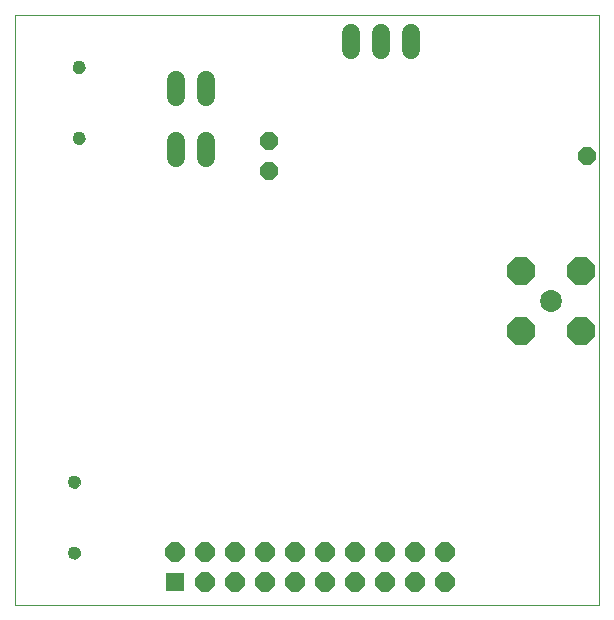
<source format=gbs>
G75*
G70*
%OFA0B0*%
%FSLAX24Y24*%
%IPPOS*%
%LPD*%
%AMOC8*
5,1,8,0,0,1.08239X$1,22.5*
%
%ADD10C,0.0000*%
%ADD11C,0.0434*%
%ADD12C,0.0600*%
%ADD13R,0.0640X0.0640*%
%ADD14OC8,0.0640*%
%ADD15OC8,0.0594*%
%ADD16C,0.0731*%
%ADD17OC8,0.0938*%
D10*
X000253Y000145D02*
X000253Y019830D01*
X019742Y019830D01*
X019742Y000145D01*
X000253Y000145D01*
X002041Y001897D02*
X002043Y001924D01*
X002049Y001951D01*
X002058Y001977D01*
X002071Y002001D01*
X002087Y002024D01*
X002106Y002043D01*
X002128Y002060D01*
X002152Y002074D01*
X002177Y002084D01*
X002204Y002091D01*
X002231Y002094D01*
X002259Y002093D01*
X002286Y002088D01*
X002312Y002080D01*
X002336Y002068D01*
X002359Y002052D01*
X002380Y002034D01*
X002397Y002013D01*
X002412Y001989D01*
X002423Y001964D01*
X002431Y001938D01*
X002435Y001911D01*
X002435Y001883D01*
X002431Y001856D01*
X002423Y001830D01*
X002412Y001805D01*
X002397Y001781D01*
X002380Y001760D01*
X002359Y001742D01*
X002337Y001726D01*
X002312Y001714D01*
X002286Y001706D01*
X002259Y001701D01*
X002231Y001700D01*
X002204Y001703D01*
X002177Y001710D01*
X002152Y001720D01*
X002128Y001734D01*
X002106Y001751D01*
X002087Y001770D01*
X002071Y001793D01*
X002058Y001817D01*
X002049Y001843D01*
X002043Y001870D01*
X002041Y001897D01*
X002041Y004259D02*
X002043Y004286D01*
X002049Y004313D01*
X002058Y004339D01*
X002071Y004363D01*
X002087Y004386D01*
X002106Y004405D01*
X002128Y004422D01*
X002152Y004436D01*
X002177Y004446D01*
X002204Y004453D01*
X002231Y004456D01*
X002259Y004455D01*
X002286Y004450D01*
X002312Y004442D01*
X002336Y004430D01*
X002359Y004414D01*
X002380Y004396D01*
X002397Y004375D01*
X002412Y004351D01*
X002423Y004326D01*
X002431Y004300D01*
X002435Y004273D01*
X002435Y004245D01*
X002431Y004218D01*
X002423Y004192D01*
X002412Y004167D01*
X002397Y004143D01*
X002380Y004122D01*
X002359Y004104D01*
X002337Y004088D01*
X002312Y004076D01*
X002286Y004068D01*
X002259Y004063D01*
X002231Y004062D01*
X002204Y004065D01*
X002177Y004072D01*
X002152Y004082D01*
X002128Y004096D01*
X002106Y004113D01*
X002087Y004132D01*
X002071Y004155D01*
X002058Y004179D01*
X002049Y004205D01*
X002043Y004232D01*
X002041Y004259D01*
X002190Y015716D02*
X002192Y015743D01*
X002198Y015770D01*
X002207Y015796D01*
X002220Y015820D01*
X002236Y015843D01*
X002255Y015862D01*
X002277Y015879D01*
X002301Y015893D01*
X002326Y015903D01*
X002353Y015910D01*
X002380Y015913D01*
X002408Y015912D01*
X002435Y015907D01*
X002461Y015899D01*
X002485Y015887D01*
X002508Y015871D01*
X002529Y015853D01*
X002546Y015832D01*
X002561Y015808D01*
X002572Y015783D01*
X002580Y015757D01*
X002584Y015730D01*
X002584Y015702D01*
X002580Y015675D01*
X002572Y015649D01*
X002561Y015624D01*
X002546Y015600D01*
X002529Y015579D01*
X002508Y015561D01*
X002486Y015545D01*
X002461Y015533D01*
X002435Y015525D01*
X002408Y015520D01*
X002380Y015519D01*
X002353Y015522D01*
X002326Y015529D01*
X002301Y015539D01*
X002277Y015553D01*
X002255Y015570D01*
X002236Y015589D01*
X002220Y015612D01*
X002207Y015636D01*
X002198Y015662D01*
X002192Y015689D01*
X002190Y015716D01*
X002190Y018078D02*
X002192Y018105D01*
X002198Y018132D01*
X002207Y018158D01*
X002220Y018182D01*
X002236Y018205D01*
X002255Y018224D01*
X002277Y018241D01*
X002301Y018255D01*
X002326Y018265D01*
X002353Y018272D01*
X002380Y018275D01*
X002408Y018274D01*
X002435Y018269D01*
X002461Y018261D01*
X002485Y018249D01*
X002508Y018233D01*
X002529Y018215D01*
X002546Y018194D01*
X002561Y018170D01*
X002572Y018145D01*
X002580Y018119D01*
X002584Y018092D01*
X002584Y018064D01*
X002580Y018037D01*
X002572Y018011D01*
X002561Y017986D01*
X002546Y017962D01*
X002529Y017941D01*
X002508Y017923D01*
X002486Y017907D01*
X002461Y017895D01*
X002435Y017887D01*
X002408Y017882D01*
X002380Y017881D01*
X002353Y017884D01*
X002326Y017891D01*
X002301Y017901D01*
X002277Y017915D01*
X002255Y017932D01*
X002236Y017951D01*
X002220Y017974D01*
X002207Y017998D01*
X002198Y018024D01*
X002192Y018051D01*
X002190Y018078D01*
D11*
X002387Y018078D03*
X002387Y015716D03*
X002238Y004259D03*
X002238Y001897D03*
D12*
X005647Y015059D02*
X005647Y015619D01*
X006647Y015619D02*
X006647Y015059D01*
X006647Y017098D02*
X006647Y017658D01*
X005647Y017658D02*
X005647Y017098D01*
X011458Y018644D02*
X011458Y019204D01*
X012458Y019204D02*
X012458Y018644D01*
X013458Y018644D02*
X013458Y019204D01*
D13*
X005596Y000905D03*
D14*
X005596Y001905D03*
X006596Y001905D03*
X007596Y001905D03*
X008596Y001905D03*
X009596Y001905D03*
X010596Y001905D03*
X011596Y001905D03*
X012596Y001905D03*
X013596Y001905D03*
X014596Y001905D03*
X014596Y000905D03*
X013596Y000905D03*
X012596Y000905D03*
X011596Y000905D03*
X010596Y000905D03*
X009596Y000905D03*
X008596Y000905D03*
X007596Y000905D03*
X006596Y000905D03*
D15*
X008738Y014605D03*
X008738Y015605D03*
X019328Y015105D03*
D16*
X018127Y010302D03*
D17*
X017127Y009302D03*
X019127Y009302D03*
X019127Y011302D03*
X017127Y011302D03*
M02*

</source>
